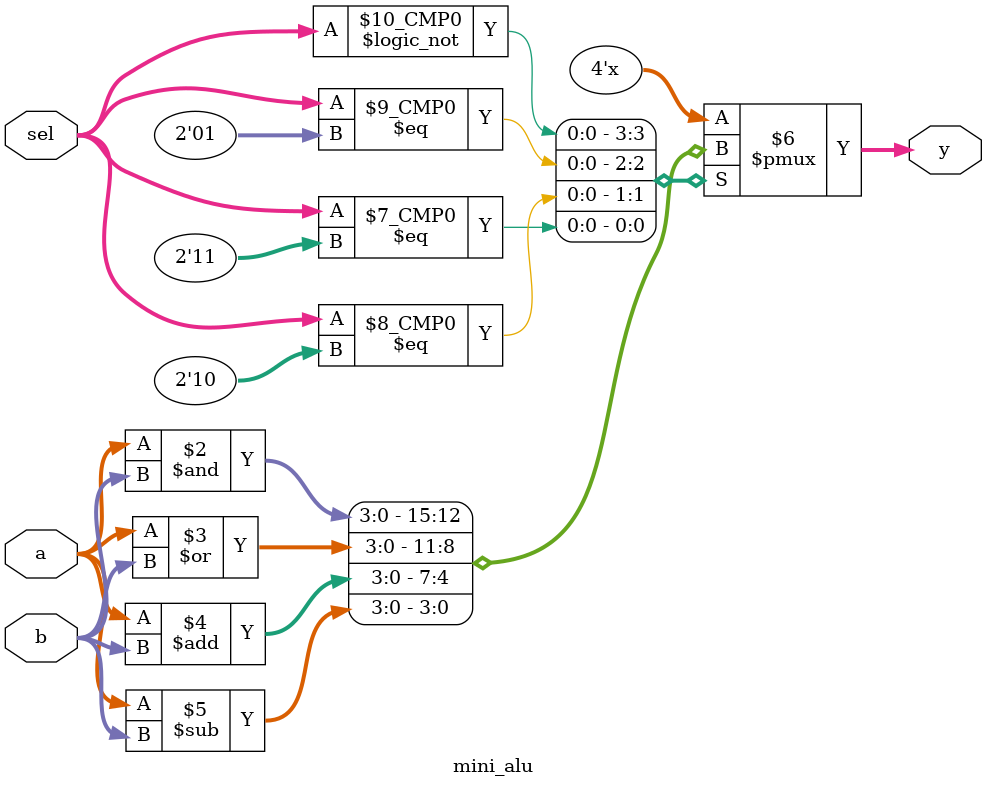
<source format=v>
module mini_alu (
    input wire [3:0] a,
    input wire [3:0] b,
    input wire [1:0] sel,
    output reg [3:0] y
);
    always @(*) begin
        case (sel)
            2'b00: y = a & b;        // AND operation
            2'b01: y = a | b;        // OR operation
            2'b10: y = a + b;        // ADD operation
            2'b11: y = a - b;        // SUBTRACT operation
            default: y = 4'b0000;    // Default case
        endcase
    end
endmodule
</source>
